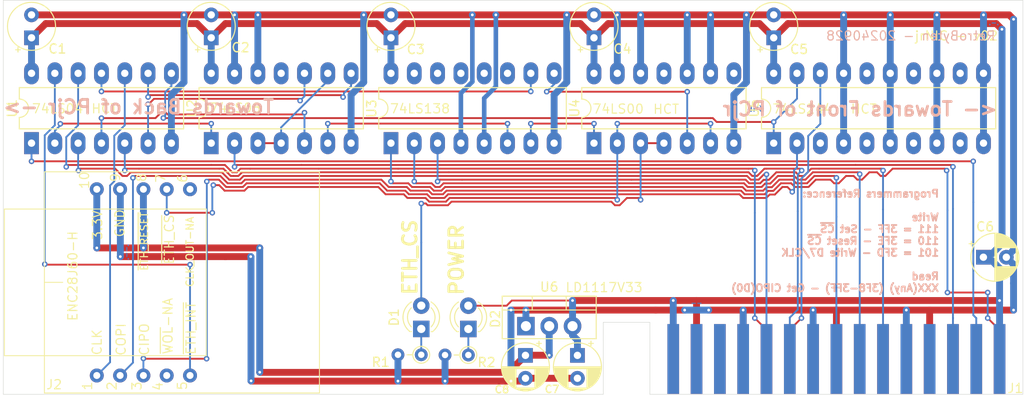
<source format=kicad_pcb>
(kicad_pcb (version 20240108) (generator "pcbnew") (generator_version "8.0")
  (layers (0 "F.Cu" signal) (31 "B.Cu" signal) (34 "B.Paste" user) (35 "F.Paste" user) (36 "B.SilkS" user "B.Silkscreen") (37 "F.SilkS" user "F.Silkscreen") (38 "B.Mask" user) (39 "F.Mask" user) (44 "Edge.Cuts" user))
  (net 0 "")
  (net 1 "+5V")
  (net 2 "GND")
  (net 3 "+3.3V")
  (net 4 "/D0")
  (net 5 "/MODEM_INT")
  (net 7 "/D7")
  (net 13 "/~{IOR}")
  (net 14 "/~{MODEM_CS}")
  (net 15 "+12V")
  (net 16 "/~{IOW}")
  (net 19 "/A2")
  (net 20 "/A9")
  (net 21 "/A1")
  (net 24 "/A0")
  (net 26 "/~{ETH_CS}")
  (net 27 "/CIPO")
  (net 28 "/~{ETH_INT}")
  (net 29 "/CLK")
  (net 30 "/IOW")
  (net 31 "/READ_SELECT")
  (net 32 "/~{READ_SELECT}")
  (net 33 "/~{CLK}")
  (net 34 "/MODEM_CS")
  (net 35 "/IOR")
  (net 36 "/WRITE_SELECT")
  (net 37 "/MODEM_PORT")
  (net 40 "/~{LATCH_S}")
  (net 44 "/~{LATCH_R}")
  (net 46 "/ETH_CS")
  (net 56 "Net-(D1-K)")
  (net 57 "Net-(D2-K)")
  (footprint "Resistor_THT:R_Axial_DIN0204_L3.6mm_D1.6mm_P2.54mm_Vertical" (layer "F.Cu") (at 136.9822 99.5426 180)
    (property "Reference" "R1")
    (property "Value" "120" (hide yes))
  )
  (footprint "Capacitor_THT:CP_Radial_Tantal_D5.0mm_P2.50mm" (layer "F.Cu") (at 94.5134 64.9586 90)
    (property "Reference" "C1")
    (property "Value" "47pF" (hide yes))
  )
  (footprint "PCjr_PROTO_RAM_CART_footprint_lib:PCjrModemPort" (layer "F.Cu") (at 200 100)
    (property "Reference" "J1")
    (property "Value" "~" (hide yes))
  )
  (footprint "Package_DIP:DIP-14_W7.62mm_LongPads" (layer "F.Cu") (at 94.5134 76.454 90)
    (property "Reference" "U1")
    (property "Value" "74LS04" (hide yes))
  )
  (footprint "Capacitor_THT:CP_Radial_Tantal_D5.0mm_P2.50mm" (layer "F.Cu") (at 133.6802 64.9586 90)
    (property "Reference" "C3")
    (property "Value" "47pF" (hide yes))
  )
  (footprint "Package_DIP:DIP-14_W7.62mm_LongPads" (layer "F.Cu") (at 114.0968 76.454 90)
    (property "Reference" "U2")
    (property "Value" "74LS08" (hide yes))
  )
  (footprint "Resistor_THT:R_Axial_DIN0204_L3.6mm_D1.6mm_P2.54mm_Vertical" (layer "F.Cu") (at 142.113 99.568 180)
    (property "Reference" "R2")
    (property "Value" "120" (hide yes))
  )
  (footprint "Capacitor_THT:CP_Radial_Tantal_D5.0mm_P2.50mm" (layer "F.Cu") (at 175.387 64.9586 90)
    (property "Reference" "C5")
    (property "Value" "47pF" (hide yes))
  )
  (footprint "Capacitor_THT:CP_Radial_D5.0mm_P2.50mm" (layer "F.Cu") (at 148.336 99.607488 -90)
    (property "Reference" "C8")
    (property "Value" "10uF" (hide yes))
  )
  (footprint "LED_THT:LED_D3.0mm" (layer "F.Cu") (at 142.113 96.7282 90)
    (property "Reference" "D2")
    (property "Value" "LED" (hide yes))
  )
  (footprint "Capacitor_THT:CP_Radial_D5.0mm_P2.50mm" (layer "F.Cu") (at 154.0002 99.607488 -90)
    (property "Reference" "C7")
    (property "Value" "100nF" (hide yes))
  )
  (footprint "Capacitor_THT:CP_Radial_Tantal_D5.0mm_P2.50mm" (layer "F.Cu") (at 114.0968 64.9586 90)
    (property "Reference" "C2")
    (property "Value" "47pF" (hide yes))
  )
  (footprint "LED_THT:LED_D3.0mm" (layer "F.Cu") (at 136.9822 96.7232 90)
    (property "Reference" "D1")
    (property "Value" "LED" (hide yes))
  )
  (footprint "Package_DIP:DIP-16_W7.62mm_LongPads" (layer "F.Cu") (at 133.6802 76.454 90)
    (property "Reference" "U3")
    (property "Value" "74LS138" (hide yes))
  )
  (footprint "Package_DIP:DIP-14_W7.62mm_LongPads" (layer "F.Cu") (at 155.8036 76.454 90)
    (property "Reference" "U4")
    (property "Value" "74LS00" (hide yes))
  )
  (footprint "Package_TO_SOT_THT:TO-220-3_Vertical" (layer "F.Cu") (at 148.3868 96.417888)
    (property "Reference" "U6")
    (property "Value" "~" (hide yes))
  )
  (footprint "Capacitor_THT:CP_Radial_Tantal_D5.0mm_P2.50mm" (layer "F.Cu") (at 155.8036 64.9586 90)
    (property "Reference" "C4")
    (property "Value" "47pF" (hide yes))
  )
  (footprint "PCjr_PROTO_RAM_CART_footprint_lib:Olimex_ENC28J60-H" (layer "F.Cu") (at 101.6254 101.8032)
    (property "Reference" "J2")
    (property "Value" "~" (hide yes))
  )
  (footprint "Package_DIP:DIP-20_W7.62mm_LongPads" (layer "F.Cu") (at 175.387 76.454 90)
    (property "Reference" "U5")
    (property "Value" "74LS244" (hide yes))
  )
  (footprint "Capacitor_THT:CP_Radial_D5.0mm_P2.50mm" (layer "F.Cu") (at 198.2362 88.9)
    (property "Reference" "C6")
    (property "Value" "10uF" (hide yes))
  )
  (gr_line (start 161.8969 96) (end 156.8169 96) (stroke (width 0.05)) (layer "Edge.Cuts"))
  (gr_line (start 156.8169 96) (end 156.8196 103.8606) (stroke (width 0.05)) (layer "Edge.Cuts"))
  (gr_line (start 161.8969 103.8606) (end 202.5396 103.8606) (stroke (width 0.05)) (layer "Edge.Cuts"))
  (gr_line (start 202.5396 60.8606) (end 91.44 60.8606) (stroke (width 0.05)) (layer "Edge.Cuts"))
  (gr_line (start 91.44 60.8606) (end 91.44 103.8606) (stroke (width 0.05)) (layer "Edge.Cuts"))
  (gr_line (start 161.8969 96) (end 161.8969 103.8606) (stroke (width 0.05)) (layer "Edge.Cuts"))
  (gr_line (start 202.5396 103.8606) (end 202.5396 60.8606) (stroke (width 0.05)) (layer "Edge.Cuts"))
  (gr_line (start 156.8196 103.8606) (end 91.44 103.8606) (stroke (width 0.05)) (layer "Edge.Cuts"))
  (gr_text "RMP" (at 174.4472 72.2884 180) (layer "B.Cu") (effects (font (size 0.6 0.6) (thickness 0.1)) (justify left bottom)))
  (gr_text ".-." (at 198.755 63.6016 0) (layer "B.Cu") (effects (font (size 0.5 0.5) (thickness 0.1)) (justify left bottom)))
  (gr_text ".--." (at 105.156 89.2556 90) (layer "B.Cu") (effects (font (size 0.5 0.5) (thickness 0.1)) (justify left bottom)))
  (gr_text "--" (at 166.2938 94.1832 0) (layer "B.Cu") (effects (font (size 0.5 0.5) (thickness 0.1)) (justify left bottom)))
  (gr_text "Programmers Reference:\n\nWrite\n111 = 3FF - Set ~{CS}\n110 = 3FE - Reset ~{CS}\n101 = 3FD - Write D7/CLK\n\nRead\nXXX(Any) (3F8-3FF) - Get CIPO(D0) " (at 193.4972 92.7354 0) (layer "B.SilkS") (effects (font (size 0.8 0.8) (thickness 0.2) (bold yes)) (justify left bottom mirror)))
  (gr_text "Towards Back of PCjr ->" (at 121.1072 73.3806 0) (layer "B.SilkS") (effects (font (size 1.5 1.5) (thickness 0.3) (bold yes)) (justify left bottom mirror)))
  (gr_text "<- Towards Front of PCjr" (at 199.9234 73.6092 0) (layer "B.SilkS") (effects (font (size 1.5 1.5) (thickness 0.3) (bold yes)) (justify left bottom mirror)))
  (gr_text "RetroByten - 20240928" (at 199.6186 65.3288 0) (layer "B.SilkS") (effects (font (size 1 1) (thickness 0.127)) (justify left bottom mirror)))
  (gr_text "HCT" (at 162.179 73.3298 0) (layer "F.SilkS") (effects (font (size 1 1) (thickness 0.127)) (justify left bottom)))
  (gr_text "LD1117V33" (at 152.6286 92.7862 0) (layer "F.SilkS") (effects (font (size 1 1) (thickness 0.127)) (justify left bottom)))
  (gr_text "74LS04" (at 94.488 73.279 0) (layer "F.SilkS") (effects (font (size 1 1) (thickness 0.127)) (justify left bottom)))
  (gr_text "74LS08" (at 113.8428 73.2028 0) (layer "F.SilkS") (effects (font (size 1 1) (thickness 0.127)) (justify left bottom)))
  (gr_text "~{ETH_INT}" (at 112.4712 99.6188 90) (layer "F.SilkS") (effects (font (size 1 1) (thickness 0.127)) (justify left bottom)))
  (gr_text "CIPO" (at 107.3912 99.7204 90) (layer "F.SilkS") (effects (font (size 1 1) (thickness 0.127)) (justify left bottom)))
  (gr_text "~{ETH_CS}" (at 110.109 89.7636 90) (layer "F.SilkS") (effects (font (size 1 1) (thickness 0.127)) (justify left bottom)))
  (gr_text "74LS244" (at 175.1838 73.3044 0) (layer "F.SilkS") (effects (font (size 1 1) (thickness 0.127)) (justify left bottom)))
  (gr_text "POWER" (at 141.6812 93.1926 90) (layer "F.SilkS") (effects (font (size 1.5 1.5) (thickness 0.3) (bold yes)) (justify left bottom)))
  (gr_text "74LS00" (at 155.575 73.3044 0) (layer "F.SilkS") (effects (font (size 1 1) (thickness 0.127)) (justify left bottom)))
  (gr_text "HCT" (at 100.965 73.279 0) (layer "F.SilkS") (effects (font (size 1 1) (thickness 0.127)) (justify left bottom)))
  (gr_text "9" (at 104.2416 80.772 90) (layer "F.SilkS") (effects (font (size 1 1) (thickness 0.127)) (justify left bottom)))
  (gr_text "3" (at 106.5784 103.505 90) (layer "F.SilkS") (effects (font (size 1 1) (thickness 0.127)) (justify left bottom)))
  (gr_text "1" (at 101.1936 103.505 90) (layer "F.SilkS") (effects (font (size 1 1) (thickness 0.127)) (justify left bottom)))
  (gr_text "10" (at 100.8634 81.534 90) (layer "F.SilkS") (effects (font (size 1 1) (thickness 0.127)) (justify left bottom)))
  (gr_text "HCT" (at 183.7182 73.3044 0) (layer "F.SilkS") (effects (font (size 1 1) (thickness 0.127)) (justify left bottom)))
  (gr_text "COPI" (at 104.8512 99.7204 90) (layer "F.SilkS") (effects (font (size 1 1) (thickness 0.127)) (justify left bottom)))
  (gr_text "74LS138" (at 133.5024 73.279 0) (layer "F.SilkS") (effects (font (size 1 1) (thickness 0.127)) (justify left bottom)))
  (gr_text "ETH_CS" (at 136.6266 93.1672 90) (layer "F.SilkS") (effects (font (size 1.5 1.5) (thickness 0.3) (bold yes)) (justify left bottom)))
  (gr_text "GND" (at 104.7242 86.7918 90) (layer "F.SilkS") (effects (font (size 1 1) (thickness 0.127)) (justify left bottom)))
  (gr_text "4" (at 108.8898 103.5558 90) (layer "F.SilkS") (effects (font (size 1 1) (thickness 0.127)) (justify left bottom)))
  (gr_text "6" (at 111.5568 80.8482 90) (layer "F.SilkS") (effects (font (size 1 1) (thickness 0.127)) (justify left bottom)))
  (gr_text "CLK_OUT-NA" (at 112.2426 92.2274 90) (layer "F.SilkS") (effects (font (size 0.8 0.8) (thickness 0.127)) (justify left bottom)))
  (gr_text "8" (at 107.0864 80.772 90) (layer "F.SilkS") (effects (font (size 1 1) (thickness 0.127)) (justify left bottom)))
  (gr_text "~{WOL}-NA" (at 109.9566 99.568 90) (layer "F.SilkS") (effects (font (size 1 1) (thickness 0.127)) (justify left bottom)))
  (gr_text "3.3V" (at 102.2858 87.0966 90) (layer "F.SilkS") (effects (font (size 1 1) (thickness 0.127)) (justify left bottom)))
  (gr_text "7" (at 109.1692 80.8482 90) (layer "F.SilkS") (effects (font (size 1 1) (thickness 0.127)) (justify left bottom)))
  (gr_text "jrNIC - v02" (at 190.6778 65.3288 0) (layer "F.SilkS") (effects (font (size 1 1) (thickness 0.127)) (justify left bottom)))
  (gr_text "5" (at 111.5314 103.4796 90) (layer "F.SilkS") (effects (font (size 1 1) (thickness 0.127)) (justify left bottom)))
  (gr_text "~{ETH_RESET}" (at 107.2642 90.4494 90) (layer "F.SilkS") (effects (font (size 0.8 0.8) (thickness 0.127)) (justify left bottom)))
  (gr_text "2" (at 103.8606 103.505 90) (layer "F.SilkS") (effects (font (size 1 1) (thickness 0.127)) (justify left bottom)))
  (gr_text "CLK" (at 102.235 99.6696 90) (layer "F.SilkS") (effects (font (size 1 1) (thickness 0.127)) (justify left bottom)))
  (segment (start 176.937 63.4086) (end 175.387 64.9586) (width 0.75) (layer "F.Cu") (net 1))
  (segment (start 114.0968 64.9586) (end 112.5468 63.4086) (width 0.75) (layer "F.Cu") (net 1))
  (segment (start 199.9996 93.6244) (end 166.9796 93.6244) (width 0.75) (layer "F.Cu") (net 1))
  (segment (start 157.3536 63.4086) (end 155.8036 64.9586) (width 0.75) (layer "F.Cu") (net 1))
  (segment (start 166.98 93.6248) (end 166.9796 93.6244) (width 0.2) (layer "F.Cu") (net 1))
  (segment (start 135.2302 63.4086) (end 133.6802 64.9586) (width 0.75) (layer "F.Cu") (net 1))
  (segment (start 173.837 63.4086) (end 157.3536 63.4086) (width 0.75) (layer "F.Cu") (net 1))
  (segment (start 199.6288 63.4086) (end 176.937 63.4086) (width 0.75) (layer "F.Cu") (net 1))
  (segment (start 146.284206 94.1882) (end 146.614103 93.858303) (width 0.2) (layer "F.Cu") (net 1))
  (segment (start 155.8036 64.9586) (end 155.8036 64.897) (width 0.75) (layer "F.Cu") (net 1))
  (segment (start 96.0634 63.4086) (end 94.5134 64.9586) (width 0.75) (layer "F.Cu") (net 1))
  (segment (start 164.4396 93.6244) (end 153.4668 93.6244) (width 0.75) (layer "F.Cu") (net 1))
  (segment (start 166.98 100) (end 166.98 93.6248) (width 0.75) (layer "F.Cu") (net 1))
  (segment (start 115.6468 63.4086) (end 114.0968 64.9586) (width 0.75) (layer "F.Cu") (net 1))
  (segment (start 154.3152 63.4086) (end 135.2302 63.4086) (width 0.75) (layer "F.Cu") (net 1))
  (segment (start 155.8036 64.897) (end 154.3152 63.4086) (width 0.75) (layer "F.Cu") (net 1))
  (segment (start 175.387 64.9586) (end 173.837 63.4086) (width 0.75) (layer "F.Cu") (net 1))
  (segment (start 146.848005 93.6244) (end 153.4668 93.6244) (width 0.2) (layer "F.Cu") (net 1))
  (segment (start 132.1302 63.4086) (end 115.6468 63.4086) (width 0.75) (layer "F.Cu") (net 1))
  (segment (start 142.113 94.1882) (end 146.284206 94.1882) (width 0.2) (layer "F.Cu") (net 1))
  (segment (start 166.9796 93.6244) (end 164.4396 93.6244) (width 0.75) (layer "F.Cu") (net 1))
  (segment (start 200.2536 64.0334) (end 199.6288 63.4086) (width 0.75) (layer "F.Cu") (net 1))
  (segment (start 112.5468 63.4086) (end 96.0634 63.4086) (width 0.75) (layer "F.Cu") (net 1))
  (segment (start 146.614103 93.858303) (end 146.848005 93.6244) (width 0.2) (layer "F.Cu") (net 1))
  (segment (start 133.6802 64.9586) (end 132.1302 63.4086) (width 0.75) (layer "F.Cu") (net 1))
  (via (at 164.4396 93.6244) (size 0.75) (drill 0.3) (layers "F.Cu" "B.Cu") (net 1))
  (via (at 199.9996 93.6244) (size 0.75) (drill 0.3) (layers "F.Cu" "B.Cu") (net 1))
  (via (at 200.2536 64.0334) (size 0.75) (drill 0.3) (layers "F.Cu" "B.Cu") (net 1))
  (via (at 153.4668 93.6244) (size 0.75) (drill 0.3) (layers "F.Cu" "B.Cu") (net 1))
  (segment (start 200 90.108344) (end 199.560728 89.669072) (width 0.75) (layer "B.Cu") (net 1))
  (segment (start 164.4396 93.8022) (end 164.44 93.8026) (width 0.2) (layer "B.Cu") (net 1))
  (segment (start 175.387 64.9586) (end 175.387 68.834) (width 0.75) (layer "B.Cu") (net 1))
  (segment (start 153.4668 96.417888) (end 153.4668 97.409) (width 0.75) (layer "B.Cu") (net 1))
  (segment (start 164.44 100) (end 164.44 93.6248) (width 0.75) (layer "B.Cu") (net 1))
  (segment (start 198.791656 88.9) (end 198.2362 88.9) (width 0.75) (layer "B.Cu") (net 1))
  (segment (start 154.0002 97.9424) (end 154.0002 99.607488) (width 0.75) (layer "B.Cu") (net 1))
  (segment (start 153.4668 97.409) (end 154.0002 97.9424) (width 0.75) (layer "B.Cu") (net 1))
  (segment (start 153.4668 96.417888) (end 153.4668 93.6244) (width 0.75) (layer "B.Cu") (net 1))
  (segment (start 200.2688 64.0486) (end 200.2536 64.0334) (width 0.75) (layer "B.Cu") (net 1))
  (segment (start 200 93.8022) (end 200 90.6638) (width 0.75) (layer "B.Cu") (net 1))
  (segment (start 198.791656 88.9) (end 200.2688 87.422856) (width 0.75) (layer "B.Cu") (net 1))
  (segment (start 94.5134 64.9586) (end 94.5134 68.834) (width 0.75) (layer "B.Cu") (net 1))
  (segment (start 133.6802 64.9586) (end 133.6802 68.834) (width 0.75) (layer "B.Cu") (net 1))
  (segment (start 114.0968 64.9586) (end 114.0968 68.834) (width 0.75) (layer "B.Cu") (net 1))
  (segment (start 155.8036 64.9586) (end 155.8036 68.834) (width 0.75) (layer "B.Cu") (net 1))
  (segment (start 200 100) (end 200 93.8022) (width 0.75) (layer "B.Cu") (net 1))
  (segment (start 200.2688 87.422856) (end 200.2688 69.088) (width 0.75) (layer "B.Cu") (net 1))
  (segment (start 200 90.6638) (end 200 90.108344) (width 0.75) (layer "B.Cu") (net 1))
  (segment (start 199.560728 89.669072) (end 198.791656 88.9) (width 0.75) (layer "B.Cu") (net 1))
  (segment (start 200.2688 69.088) (end 200.2688 64.0486) (width 0.75) (layer "B.Cu") (net 1))
  (segment (start 164.44 93.6248) (end 164.4396 93.6244) (width 0.2) (layer "B.Cu") (net 1))
  (segment (start 155.8036 62.4586) (end 152.8318 62.4586) (width 0.75) (layer "F.Cu") (net 2))
  (segment (start 111.125 62.4586) (end 94.5134 62.4586) (width 0.75) (layer "F.Cu") (net 2))
  (segment (start 119.1768 62.4586) (end 116.6368 62.4586) (width 0.75) (layer "F.Cu") (net 2))
  (segment (start 182.22 100) (end 182.22 94.6662) (width 0.75) (layer "F.Cu") (net 2))
  (segment (start 158.3436 62.4586) (end 155.8036 62.4586) (width 0.75) (layer "F.Cu") (net 2))
  (segment (start 193.167 62.4586) (end 198.247 62.4586) (width 0.75) (layer "F.Cu") (net 2))
  (segment (start 183.007 62.4586) (end 188.087 62.4586) (width 0.75) (layer "F.Cu") (net 2))
  (segment (start 176.5808 62.4586) (end 183.007 62.4586) (width 0.75) (layer "F.Cu") (net 2))
  (segment (start 172.06 94.6662) (end 172.0596 94.6658) (width 0.2) (layer "F.Cu") (net 2))
  (segment (start 172.4152 62.4586) (end 168.5036 62.4586) (width 0.75) (layer "F.Cu") (net 2))
  (segment (start 133.6802 62.4586) (end 130.7084 62.4586) (width 0.75) (layer "F.Cu") (net 2))
  (segment (start 192.3796 94.6658) (end 189.84 94.6658) (width 0.75) (layer "F.Cu") (net 2))
  (segment (start 148.030688 102.4128) (end 148.336 102.107488) (width 0.75) (layer "F.Cu") (net 2))
  (segment (start 201.5236 94.6658) (end 192.3804 94.6658) (width 0.75) (layer "F.Cu") (net 2))
  (segment (start 154.0002 102.107488) (end 148.336 102.107488) (width 0.75) (layer "F.Cu") (net 2))
  (segment (start 148.3868 94.6658) (end 162.5346 94.6658) (width 0.75) (layer "F.Cu") (net 2))
  (segment (start 130.7084 62.4586) (end 119.1768 62.4586) (width 0.75) (layer "F.Cu") (net 2))
  (segment (start 146.7612 102.4128) (end 148.030688 102.4128) (width 0.75) (layer "F.Cu") (net 2))
  (segment (start 192.38 94.6662) (end 192.3796 94.6658) (width 0.2) (layer "F.Cu") (net 2))
  (segment (start 179.6796 94.6658) (end 172.0604 94.6658) (width 0.75) (layer "F.Cu") (net 2))
  (segment (start 172.0604 94.6658) (end 172.06 94.6662) (width 0.2) (layer "F.Cu") (net 2))
  (segment (start 182.22 94.6662) (end 182.2196 94.6658) (width 0.2) (layer "F.Cu") (net 2))
  (segment (start 160.8836 62.4586) (end 158.3436 62.4586) (width 0.75) (layer "F.Cu") (net 2))
  (segment (start 172.06 100) (end 172.06 94.6662) (width 0.75) (layer "F.Cu") (net 2))
  (segment (start 175.387 62.4586) (end 176.5808 62.4586) (width 0.75) (layer "F.Cu") (net 2))
  (segment (start 198.247 62.4586) (end 201.041 62.4586) (width 0.75) (layer "F.Cu") (net 2))
  (segment (start 142.5448 62.4586) (end 133.6802 62.4586) (width 0.75) (layer "F.Cu") (net 2))
  (segment (start 152.8318 62.4586) (end 145.1102 62.4586) (width 0.75) (layer "F.Cu") (net 2))
  (segment (start 192.38 94.6662) (end 192.3804 94.6658) (width 0.2) (layer "F.Cu") (net 2))
  (segment (start 172.0596 94.6658) (end 168.3004 94.6658) (width 0.75) (layer "F.Cu") (net 2))
  (segment (start 145.1102 62.4586) (end 142.5448 62.4586) (width 0.75) (layer "F.Cu") (net 2))
  (segment (start 115.6462 88.834) (end 104.1908 88.834) (width 0.75) (layer "F.Cu") (net 2))
  (segment (start 182.2196 94.6658) (end 189.84 94.6658) (width 0.75) (layer "F.Cu") (net 2))
  (segment (start 116.6368 62.4586) (end 114.0968 62.4586) (width 0.75) (layer "F.Cu") (net 2))
  (segment (start 168.5036 62.4586) (end 165.9636 62.4586) (width 0.75) (layer "F.Cu") (net 2))
  (segment (start 165.6842 94.6658) (end 162.5346 94.6658) (width 0.75) (layer "F.Cu") (net 2))
  (segment (start 118.4656 102.4128) (end 134.4422 102.4128) (width 0.75) (layer "F.Cu") (net 2))
  (segment (start 118.3996 88.834) (end 115.6462 88.834) (width 0.75) (layer "F.Cu") (net 2))
  (segment (start 179.6796 94.6658) (end 182.2196 94.6658) (width 0.75) (layer "F.Cu") (net 2))
  (segment (start 201.041 62.4586) (end 201.5236 62.9412) (width 0.75) (layer "F.Cu") (net 2))
  (segment (start 165.9636 62.4586) (end 160.8836 62.4586) (width 0.75) (layer "F.Cu") (net 2))
  (segment (start 175.387 62.4586) (end 172.4152 62.4586) (width 0.75) (layer "F.Cu") (net 2))
  (segment (start 118.4402 102.3874) (end 118.4656 102.4128) (width 0.75) (layer "F.Cu") (net 2))
  (segment (start 139.573 102.4128) (end 146.7612 102.4128) (width 0.75) (layer "F.Cu") (net 2))
  (segment (start 118.43 102.3772) (end 118.4402 102.3874) (width 0.75) (layer "F.Cu") (net 2))
  (segment (start 134.4422 102.4128) (end 139.573 102.4128) (width 0.75) (layer "F.Cu") (net 2))
  (segment (start 146.7612 94.6658) (end 148.3868 94.6658) (width 0.75) (layer "F.Cu") (net 2))
  (segment (start 114.0968 62.4586) (end 111.125 62.4586) (width 0.75) (layer "F.Cu") (net 2))
  (segment (start 188.087 62.4586) (end 193.167 62.4586) (width 0.75) (layer "F.Cu") (net 2))
  (segment (start 192.38 100) (end 192.38 94.6662) (width 0.75) (layer "F.Cu") (net 2))
  (via (at 152.8318 62.4586) (size 0.75) (drill 0.3) (layers "F.Cu" "B.Cu") (net 2))
  (via (at 201.5236 94.6658) (size 0.75) (drill 0.3) (layers "F.Cu" "B.Cu") (net 2))
  (via (at 183.007 62.4586) (size 0.75) (drill 0.3) (layers "F.Cu" "B.Cu") (net 2))
  (via (at 139.573 102.4128) (size 0.75) (drill 0.3) (layers "F.Cu" "B.Cu") (net 2))
  (via (at 146.7612 94.6658) (size 0.75) (drill 0.3) (layers "F.Cu" "B.Cu") (net 2))
  (via (at 118.3996 88.834) (size 0.75) (drill 0.3) (layers "F.Cu" "B.Cu") (net 2))
  (via (at 193.167 62.4586) (size 0.75) (drill 0.3) (layers "F.Cu" "B.Cu") (net 2))
  (via (at 168.3004 94.6658) (size 0.75) (drill 0.3) (layers "F.Cu" "B.Cu") (net 2))
  (via (at 172.0596 94.6658) (size 0.75) (drill 0.3) (layers "F.Cu" "B.Cu") (net 2))
  (via (at 130.7084 62.4586) (size 0.75) (drill 0.3) (layers "F.Cu" "B.Cu") (net 2))
  (via (at 158.3436 62.4586) (size 0.75) (drill 0.3) (layers "F.Cu" "B.Cu") (net 2))
  (via (at 104.1908 88.834) (size 0.75) (drill 0.3) (layers "F.Cu" "B.Cu") (net 2))
  (via (at 148.3868 94.6658) (size 0.75) (drill 0.3) (layers "F.Cu" "B.Cu") (net 2))
  (via (at 198.247 62.4586) (size 0.75) (drill 0.3) (layers "F.Cu" "B.Cu") (net 2))
  (via (at 119.1768 62.4586) (size 0.75) (drill 0.3) (layers "F.Cu" "B.Cu") (net 2))
  (via (at 201.5236 62.9412) (size 0.75) (drill 0.3) (layers "F.Cu" "B.Cu") (net 2))
  (via (at 168.5036 62.4586) (size 0.75) (drill 0.3) (layers "F.Cu" "B.Cu") (net 2))
  (via (at 134.4422 102.4128) (size 0.75) (drill 0.3) (layers "F.Cu" "B.Cu") (net 2))
  (via (at 189.84 94.6658) (size 0.75) (drill 0.3) (layers "F.Cu" "B.Cu") (net 2))
  (via (at 165.6842 94.6658) (size 0.75) (drill 0.3) (layers "F.Cu" "B.Cu") (net 2))
  (via (at 188.087 62.4586) (size 0.75) (drill 0.3) (layers "F.Cu" "B.Cu") (net 2))
  (via (at 118.4402 102.3874) (size 0.75) (drill 0.3) (layers "F.Cu" "B.Cu") (net 2))
  (via (at 116.6368 62.4586) (size 0.75) (drill 0.3) (layers "F.Cu" "B.Cu") (net 2))
  (via (at 111.125 62.4586) (size 0.75) (drill 0.3) (layers "F.Cu" "B.Cu") (net 2))
  (via (at 160.8836 62.4586) (size 0.75) (drill 0.3) (layers "F.Cu" "B.Cu") (net 2))
  (via (at 179.6796 94.6658) (size 0.75) (drill 0.3) (layers "F.Cu" "B.Cu") (net 2))
  (via (at 142.5448 62.4586) (size 0.75) (drill 0.3) (layers "F.Cu" "B.Cu") (net 2))
  (via (at 172.4152 62.4586) (size 0.75) (drill 0.3) (layers "F.Cu" "B.Cu") (net 2))
  (via (at 145.1102 62.4586) (size 0.75) (drill 0.3) (layers "F.Cu" "B.Cu") (net 2))
  (via (at 146.7612 102.4128) (size 0.75) (drill 0.3) (layers "F.Cu" "B.Cu") (net 2))
  (via (at 165.9636 62.4586) (size 0.75) (drill 0.3) (layers "F.Cu" "B.Cu") (net 2))
  (segment (start 160.8836 68.834) (end 160.8836 62.4586) (width 0.75) (layer "B.Cu") (net 2))
  (segment (start 200.7362 88.9) (end 201.5236 89.6874) (width 0.75) (layer "B.Cu") (net 2))
  (segment (start 171.0436 76.454) (end 171.0436 71.178544) (width 0.75) (layer "B.Cu") (net 2))
  (segment (start 116.6368 68.834) (end 116.6368 62.4586) (width 0.75) (layer "B.Cu") (net 2))
  (segment (start 104.1908 81.5086) (end 104.1654 81.4832) (width 0.75) (layer "B.Cu") (net 2))
  (segment (start 111.1284 69.803544) (end 111.1284 62.462) (width 0.75) (layer "B.Cu") (net 2))
  (segment (start 129.3368 71.178544) (end 130.7118 69.803544) (width 0.75) (layer "B.Cu") (net 2))
  (segment (start 142.5502 69.751767) (end 142.5502 62.464) (width 0.5) (layer "B.Cu") (net 2))
  (segment (start 201.5236 91.7448) (end 201.5236 94.6658) (width 0.75) (layer "B.Cu") (net 2))
  (segment (start 201.5236 89.6874) (end 201.5236 91.7448) (width 0.75) (layer "B.Cu") (net 2))
  (segment (start 109.7534 76.454) (end 109.7534 71.178544) (width 0.75) (layer "B.Cu") (net 2))
  (segment (start 165.9636 68.834) (end 165.9636 62.4586) (width 0.75) (layer "B.Cu") (net 2))
  (segment (start 141.3002 71.001767) (end 142.5502 69.751767) (width 0.5) (layer "B.Cu") (net 2))
  (segment (start 198.247 68.834) (end 198.247 62.4586) (width 0.75) (layer "B.Cu") (net 2))
  (segment (start 172.4186 62.462) (end 172.4152 62.4586) (width 0.75) (layer "B.Cu") (net 2))
  (segment (start 142.5502 62.464) (end 142.5448 62.4586) (width 0.5) (layer "B.Cu") (net 2))
  (segment (start 146.7578 94.6692) (end 146.7578 102.4094) (width 0.75) (layer "B.Cu") (net 2))
  (segment (start 193.167 76.454) (end 193.167 68.834) (width 0.75) (layer "B.Cu") (net 2))
  (segment (start 188.087 68.834) (end 188.087 62.4586) (width 0.75) (layer "B.Cu") (net 2))
  (segment (start 189.84 100) (end 189.84 94.6658) (width 0.75) (layer "B.Cu") (net 2))
  (segment (start 168.3004 94.6658) (end 165.6842 94.6658) (width 0.75) (layer "B.Cu") (net 2))
  (segment (start 171.0436 71.178544) (end 172.4186 69.803544) (width 0.75) (layer "B.Cu") (net 2))
  (segment (start 143.8402 76.454) (end 143.8402 71.5518) (width 0.5) (layer "B.Cu") (net 2))
  (segment (start 118.43 88.8644) (end 118.3996 88.834) (width 0.75) (layer "B.Cu") (net 2))
  (segment (start 168.5036 68.834) (end 168.5036 62.4586) (width 0.75) (layer "B.Cu") (net 2))
  (segment (start 146.7612 94.6658) (end 146.7578 94.6692) (width 0.75) (layer "B.Cu") (net 2))
  (segment (start 172.4186 69.803544) (end 172.4186 62.462) (width 0.75) (layer "B.Cu") (net 2))
  (segment (start 145.1102 70.2818) (end 145.1102 62.4586) (width 0.5) (layer "B.Cu") (net 2))
  (segment (start 179.68 94.6662) (end 179.6796 94.6658) (width 0.2) (layer "B.Cu") (net 2))
  (segment (start 172.06 94.6662) (end 172.0596 94.6658) (width 0.2) (layer "B.Cu") (net 2))
  (segment (start 198.247 76.454) (end 198.247 68.834) (width 0.75) (layer "B.Cu") (net 2))
  (segment (start 152.8352 62.462) (end 152.8318 62.4586) (width 0.75) (layer "B.Cu") (net 2))
  (segment (start 109.7534 71.178544) (end 111.1284 69.803544) (width 0.75) (layer "B.Cu") (net 2))
  (segment (start 148.3868 96.417888) (end 148.3868 94.6658) (width 0.75) (layer "B.Cu") (net 2))
  (segment (start 201.5236 88.1126) (end 200.7362 88.9) (width 0.75) (layer "B.Cu") (net 2))
  (segment (start 193.167 68.834) (end 193.167 62.4586) (width 0.75) (layer "B.Cu") (net 2))
  (segment (start 183.007 76.454) (end 183.007 68.834) (width 0.75) (layer "B.Cu") (net 2))
  (segment (start 129.3368 76.454) (end 129.3368 71.178544) (width 0.75) (layer "B.Cu") (net 2))
  (segment (start 118.43 102.3772) (end 118.43 88.8644) (width 0.75) (layer "B.Cu") (net 2))
  (segment (start 158.3436 68.834) (end 158.3436 62.4586) (width 0.75) (layer "B.Cu") (net 2))
  (segment (start 151.4602 71.178544) (end 152.8352 69.803544) (width 0.75) (layer "B.Cu") (net 2))
  (segment (start 146.7578 102.4094) (end 146.7612 102.4128) (width 0.75) (layer "B.Cu") (net 2))
  (segment (start 143.8402 71.5518) (end 145.1102 70.2818) (width 0.5) (layer "B.Cu") (net 2))
  (segment (start 119.1768 68.834) (end 119.1768 62.4586) (width 0.75) (layer "B.Cu") (net 2))
  (segment (start 152.8352 69.803544) (end 152.8352 62.462) (width 0.75) (layer "B.Cu") (net 2))
  (segment (start 134.4422 99.5426) (end 134.4422 102.4128) (width 0.75) (layer "B.Cu") (net 2))
  (segment (start 104.1908 88.834) (end 104.1908 81.5086) (width 0.75) (layer "B.Cu") (net 2))
  (segment (start 179.68 100) (end 179.68 94.6662) (width 0.75) (layer "B.Cu") (net 2))
  (segment (start 151.4602 76.454) (end 151.4602 71.178544) (width 0.75) (layer "B.Cu") (net 2))
  (segment (start 183.007 68.834) (end 183.007 62.4586) (width 0.75) (layer "B.Cu") (net 2))
  (segment (start 172.06 100) (end 172.06 94.6662) (width 0.75) (layer "B.Cu") (net 2))
  (segment (start 139.573 99.568) (end 139.573 102.4128) (width 0.75) (layer "B.Cu") (net 2))
  (segment (start 188.087 76.454) (end 188.087 68.834) (width 0.75) (layer "B.Cu") (net 2))
  (segment (start 111.1284 62.462) (end 111.125 62.4586) (width 0.75) (layer "B.Cu") (net 2))
  (segment (start 130.7118 69.803544) (end 130.7118 62.462) (width 0.75) (layer "B.Cu") (net 2))
  (segment (start 141.3002 76.454) (end 141.3002 71.001767) (width 0.5) (layer "B.Cu") (net 2))
  (segment (start 118.4402 102.3874) (end 118.43 102.3772) (width 0.75) (layer "B.Cu") (net 2))
  (segment (start 201.5236 62.9412) (end 201.5236 88.1126) (width 0.75) (layer "B.Cu") (net 2))
  (segment (start 130.7118 62.462) (end 130.7084 62.4586) (width 0.75) (layer "B.Cu") (net 2))
  (segment (start 146.480688 101.4628) (end 148.336 99.607488) (width 0.75) (layer "F.Cu") (net 3))
  (segment (start 148.350088 99.5934) (end 148.336 99.607488) (width 0.75) (layer "F.Cu") (net 3))
  (segment (start 119.38 101.4476) (end 119.3952 101.4628) (width 0.75) (layer "F.Cu") (net 3))
  (segment (start 106.7054 87.884) (end 101.6254 87.884) (width 0.75) (layer "F.Cu") (net 3))
  (segment (start 119.3952 101.4628) (end 146.480688 101.4628) (width 0.75) (layer "F.Cu") (net 3))
  (segment (start 150.9268 99.5934) (end 148.350088 99.5934) (width 0.75) (layer "F.Cu") (net 3))
  (segment (start 119.38 87.884) (end 106.7054 87.884) (width 0.75) (layer "F.Cu") (net 3))
  (via (at 119.38 101.4476) (size 0.75) (drill 0.3) (layers "F.Cu" "B.Cu") (net 3))
  (via (at 106.7054 87.884) (size 0.75) (drill 0.3) (layers "F.Cu" "B.Cu") (net 3))
  (via (at 119.38 87.884) (size 0.75) (drill 0.3) (layers "F.Cu" "B.Cu") (net 3))
  (via (at 150.9268 99.5934) (size 0.75) (drill 0.3) (layers "F.Cu" "B.Cu") (net 3))
  (via (at 101.6254 87.884) (size 0.75) (drill 0.3) (layers "F.Cu" "B.Cu") (net 3))
  (segment (start 119.38 87.884) (end 119.38 101.4476) (width 0.75) (layer "B.Cu") (net 3))
  (segment (start 150.9268 99.5934) (end 150.9268 96.417888) (width 0.75) (layer "B.Cu") (net 3))
  (segment (start 106.7054 87.884) (end 106.7054 81.4832) (width 0.75) (layer "B.Cu") (net 3))
  (segment (start 101.6254 87.884) (end 101.6254 81.4832) (width 0.75) (layer "B.Cu") (net 3))
  (segment (start 177.14 96.8104) (end 178.4096 95.5408) (width 0.2) (layer "F.Cu") (net 4))
  (segment (start 177.14 100) (end 177.14 96.8104) (width 0.2) (layer "F.Cu") (net 4))
  (via (at 178.4096 95.5408) (size 0.6) (drill 0.3) (layers "F.Cu" "B.Cu") (net 4))
  (segment (start 179.1462 75.6666) (end 180.467 74.3458) (width 0.2) (layer "B.Cu") (net 4))
  (segment (start 179.1462 79.572965) (end 179.1462 75.6666) (width 0.2) (layer "B.Cu") (net 4))
  (segment (start 180.467 74.3458) (end 180.467 68.834) (width 0.2) (layer "B.Cu") (net 4))
  (segment (start 178.4096 80.309565) (end 179.1462 79.572965) (width 0.2) (layer "B.Cu") (net 4))
  (segment (start 178.4096 95.5408) (end 178.4096 80.309565) (width 0.2) (layer "B.Cu") (net 4))
  (segment (start 125.8062 79.2352) (end 118.3386 79.2352) (width 0.2) (layer "F.Cu") (net 5))
  (segment (start 116.891164 79.629365) (end 116.885329 79.6352) (width 0.2) (layer "F.Cu") (net 5))
  (segment (start 174.6 100) (end 174.6 96.8112) (width 0.2) (layer "F.Cu") (net 5))
  (segment (start 117.285329 79.2352) (end 116.891164 79.629365) (width 0.2) (layer "F.Cu") (net 5))
  (segment (start 118.3386 79.2352) (end 117.285329 79.2352) (width 0.2) (layer "F.Cu") (net 5))
  (segment (start 173.1296 79.2352) (end 172.6438 79.2352) (width 0.2) (layer "F.Cu") (net 5))
  (segment (start 172.6438 79.2352) (end 134.4676 79.2352) (width 0.2) (layer "F.Cu") (net 5))
  (segment (start 134.4676 79.2352) (end 125.8062 79.2352) (width 0.2) (layer "F.Cu") (net 5))
  (segment (start 174.6 96.8112) (end 173.3296 95.5408) (width 0.2) (layer "F.Cu") (net 5))
  (segment (start 99.568 78.8352) (end 98.498 78.8352) (width 0.2) (layer "F.Cu") (net 5))
  (segment (start 98.498 78.8352) (end 98.298 79.0352) (width 0.2) (layer "F.Cu") (net 5))
  (segment (start 114.0968 78.8352) (end 99.568 78.8352) (width 0.2) (layer "F.Cu") (net 5))
  (segment (start 116.885329 79.6352) (end 116.388271 79.6352) (width 0.2) (layer "F.Cu") (net 5))
  (segment (start 115.588271 78.8352) (end 114.0968 78.8352) (width 0.2) (layer "F.Cu") (net 5))
  (segment (start 173.3296 79.4352) (end 173.1296 79.2352) (width 0.2) (layer "F.Cu") (net 5))
  (segment (start 116.388271 79.6352) (end 115.588271 78.8352) (width 0.2) (layer "F.Cu") (net 5))
  (via (at 98.298 79.0352) (size 0.6) (drill 0.3) (layers "F.Cu" "B.Cu") (net 5))
  (via (at 173.3296 79.4352) (size 0.6) (drill 0.3) (layers "F.Cu" "B.Cu") (net 5))
  (via (at 173.3296 95.5408) (size 0.6) (drill 0.3) (layers "F.Cu" "B.Cu") (net 5))
  (segment (start 173.3296 84.044401) (end 173.3296 95.5408) (width 0.2) (layer "B.Cu") (net 5))
  (segment (start 173.3296 84.044401) (end 173.3296 79.4352) (width 0.2) (layer "B.Cu") (net 5))
  (segment (start 98.298 79.0352) (end 98.298 75.793765) (width 0.2) (layer "B.Cu") (net 5))
  (segment (start 99.5934 74.498365) (end 99.5934 68.834) (width 0.2) (layer "B.Cu") (net 5))
  (segment (start 98.298 75.793765) (end 99.5934 74.498365) (width 0.2) (layer "B.Cu") (net 5))
  (segment (start 182.468129 80.8352) (end 183.268129 80.0352) (width 0.2) (layer "F.Cu") (net 7))
  (segment (start 177.68985 81.2352) (end 179.181024 81.2352) (width 0.2) (layer "F.Cu") (net 7))
  (segment (start 135.405985 81.2352) (end 135.805985 81.6352) (width 0.2) (layer "F.Cu") (net 7))
  (segment (start 138.180299 82.0352) (end 139.340101 82.0352) (width 0.2) (layer "F.Cu") (net 7))
  (segment (start 186.6454 79.6352) (end 187.0454 80.0352) (width 0.2) (layer "F.Cu") (net 7))
  (segment (start 132.631671 80.4352) (end 133.431671 81.2352) (width 0.2) (layer "F.Cu") (net 7))
  (segment (start 115.0872 80.0352) (end 115.8872 80.8352) (width 0.2) (layer "F.Cu") (net 7))
  (segment (start 171.82197 81.6352) (end 172.22197 82.0352) (width 0.2) (layer "F.Cu") (net 7))
  (segment (start 185.808129 79.6352) (end 186.6454 79.6352) (width 0.2) (layer "F.Cu") (net 7))
  (segment (start 194.025491 79.2352) (end 194.228552 79.438261) (width 0.2) (layer "F.Cu") (net 7))
  (segment (start 117.782387 80.4352) (end 132.631671 80.4352) (width 0.2) (layer "F.Cu") (net 7))
  (segment (start 137.780299 81.6352) (end 138.180299 82.0352) (width 0.2) (layer "F.Cu") (net 7))
  (segment (start 200 96.8366) (end 198.7042 95.5408) (width 0.2) (layer "F.Cu") (net 7))
  (segment (start 175.346016 81.661429) (end 176.172245 80.8352) (width 0.2) (layer "F.Cu") (net 7))
  (segment (start 183.268129 80.0352) (end 184.099 80.0352) (width 0.2) (layer "F.Cu") (net 7))
  (segment (start 133.431671 81.2352) (end 135.405985 81.2352) (width 0.2) (layer "F.Cu") (net 7))
  (segment (start 200 96.825) (end 200 100) (width 0.2) (layer "F.Cu") (net 7))
  (segment (start 185.008129 80.4352) (end 185.808129 79.6352) (width 0.2) (layer "F.Cu") (net 7))
  (segment (start 187.0454 80.0352) (end 187.548129 80.0352) (width 0.2) (layer "F.Cu") (net 7))
  (segment (start 200 100) (end 200 96.8366) (width 0.2) (layer "F.Cu") (net 7))
  (segment (start 135.805985 81.6352) (end 137.780299 81.6352) (width 0.2) (layer "F.Cu") (net 7))
  (segment (start 198.7042 92.7494) (end 194.3196 92.7494) (width 0.2) (layer "F.Cu") (net 7))
  (segment (start 181.571071 80.4352) (end 181.971071 80.8352) (width 0.2) (layer "F.Cu") (net 7))
  (segment (start 174.78033 81.661429) (end 175.346016 81.661429) (width 0.2) (layer "F.Cu") (net 7))
  (segment (start 117.382387 80.8352) (end 117.782387 80.4352) (width 0.2) (layer "F.Cu") (net 7))
  (segment (start 177.28985 80.8352) (end 177.68985 81.2352) (width 0.2) (layer "F.Cu") (net 7))
  (segment (start 139.340101 82.0352) (end 139.740101 81.6352) (width 0.2) (layer "F.Cu") (net 7))
  (segment (start 174.406559 82.0352) (end 174.78033 81.661429) (width 0.2) (layer "F.Cu") (net 7))
  (segment (start 187.548129 80.0352) (end 188.348129 79.2352) (width 0.2) (layer "F.Cu") (net 7))
  (segment (start 105.770458 80.0352) (end 115.0872 80.0352) (width 0.2) (layer "F.Cu") (net 7))
  (segment (start 139.740101 81.6352) (end 171.82197 81.6352) (width 0.2) (layer "F.Cu") (net 7))
  (segment (start 181.971071 80.8352) (end 182.468129 80.8352) (width 0.2) (layer "F.Cu") (net 7))
  (segment (start 184.099 80.0352) (end 184.499 80.4352) (width 0.2) (layer "F.Cu") (net 7))
  (segment (start 176.172245 80.8352) (end 177.28985 80.8352) (width 0.2) (layer "F.Cu") (net 7))
  (segment (start 179.981024 80.4352) (end 181.571071 80.4352) (width 0.2) (layer "F.Cu") (net 7))
  (segment (start 105.566429 80.239229) (end 105.770458 80.0352) (width 0.2) (layer "F.Cu") (net 7))
  (segment (start 188.348129 79.2352) (end 194.025491 79.2352) (width 0.2) (layer "F.Cu") (net 7))
  (segment (start 172.22197 82.0352) (end 174.406559 82.0352) (width 0.2) (layer "F.Cu") (net 7))
  (segment (start 179.181024 81.2352) (end 179.981024 80.4352) (width 0.2) (layer "F.Cu") (net 7))
  (segment (start 184.499 80.4352) (end 185.008129 80.4352) (width 0.2) (layer "F.Cu") (net 7))
  (segment (start 115.8872 80.8352) (end 117.382387 80.8352) (width 0.2) (layer "F.Cu") (net 7))
  (via (at 194.228552 79.438261) (size 0.6) (drill 0.3) (layers "F.Cu" "B.Cu") (net 7))
  (via (at 194.3196 92.7494) (size 0.6) (drill 0.3) (layers "F.Cu" "B.Cu") (net 7))
  (via (at 198.7042 95.5408) (size 0.6) (drill 0.3) (layers "F.Cu" "B.Cu") (net 7))
  (via (at 198.7042 92.7494) (size 0.6) (drill 0.3) (layers "F.Cu" "B.Cu") (net 7))
  (via (at 105.566429 80.239229) (size 0.6) (drill 0.3) (layers "F.Cu" "B.Cu") (net 7))
  (segment (start 105.566429 100.402171) (end 104.1654 101.8032) (width 0.2) (layer "B.Cu") (net 7))
  (segment (start 194.3196 79.529309) (end 194.228552 79.438261) (width 0.2) (layer "B.Cu") (net 7))
  (segment (start 194.3196 83.782143) (end 194.3196 79.529309) (width 0.2) (layer "B.Cu") (net 7))
  (segment (start 105.566429 80.239229) (end 105.566429 100.402171) (width 0.2) (layer "B.Cu") (net 7))
  (segment (start 198.7042 95.5408) (end 198.7042 92.7494) (width 0.2) (layer "B.Cu") (net 7))
  (segment (start 194.3196 92.7494) (end 194.3196 83.782143) (width 0.2) (layer "B.Cu") (net 7))
  (segment (start 169.5196 79.6352) (end 139.9794 79.6352) (width 0.2) (layer "F.Cu") (net 13))
  (segment (start 173.578129 80.0352) (end 173.101 80.0352) (width 0.2) (layer "F.Cu") (net 13))
  (segment (start 177.4952 79.2352) (end 174.5742 79.2352) (width 0.2) (layer "F.Cu") (net 13))
  (segment (start 174.5742 79.2352) (end 174.378129 79.2352) (width 0.2) (layer "F.Cu") (net 13))
  (segment (start 173.0504 80.0352) (end 172.6504 79.6352) (width 0.2) (layer "F.Cu") (net 13))
  (segment (start 139.9794 79.6352) (end 118.172915 79.6352) (width 0.2) (layer "F.Cu") (net 13))
  (segment (start 172.6504 79.6352) (end 172.478115 79.6352) (width 0.2) (layer "F.Cu") (net 13))
  (segment (start 116.222585 80.0352) (end 115.731292 79.543907) (width 0.2) (layer "F.Cu") (net 13))
  (segment (start 174.378129 79.2352) (end 173.682364 79.930965) (width 0.2) (layer "F.Cu") (net 13))
  (segment (start 115.731292 79.543907) (end 115.422585 79.2352) (width 0.2) (layer "F.Cu") (net 13))
  (segment (start 114.9858 79.2352) (end 106.2228 79.2352) (width 0.2) (layer "F.Cu") (net 13))
  (segment (start 118.172915 79.6352) (end 117.451015 79.6352) (width 0.2) (layer "F.Cu") (net 13))
  (segment (start 106.2228 79.2352) (end 104.8734 79.2352) (width 0.2) (layer "F.Cu") (net 13))
  (segment (start 117.301007 79.785208) (end 117.051015 80.0352) (width 0.2) (layer "F.Cu") (net 13))
  (segment (start 117.451015 79.6352) (end 117.301007 79.785208) (width 0.2) (layer "F.Cu") (net 13))
  (segment (start 117.051015 80.0352) (end 116.5352 80.0352) (width 0.2) (layer "F.Cu") (net 13))
  (segment (start 104.8734 79.2352) (end 104.6734 79.4352) (width 0.2) (layer "F.Cu") (net 13))
  (segment (start 173.682364 79.930965) (end 173.578129 80.0352) (width 0.2) (layer "F.Cu") (net 13))
  (segment (start 115.422585 79.2352) (end 114.9858 79.2352) (width 0.2) (layer "F.Cu") (net 13))
  (segment (start 178.235437 79.2352) (end 177.4952 79.2352) (width 0.2) (layer "F.Cu") (net 13))
  (segment (start 172.478115 79.6352) (end 169.5196 79.6352) (width 0.2) (layer "F.Cu") (net 13))
  (segment (start 116.5352 80.0352) (end 116.222585 80.0352) (width 0.2) (layer "F.Cu") (net 13))
  (segment (start 178.435437 79.4352) (end 178.235437 79.2352) (width 0.2) (layer "F.Cu") (net 13))
  (segment (start 173.101 80.0352) (end 173.0504 80.0352) (width 0.2) (layer "F.Cu") (net 13))
  (via (at 178.435437 79.4352) (size 0.6) (drill 0.3) (layers "F.Cu" "B.Cu") (net 13))
  (via (at 104.6734 79.4352) (size 0.6) (drill 0.3) (layers "F.Cu" "B.Cu") (net 13))
  (segment (start 177.14 100) (end 177.14 95.479) (width 0.2) (layer "B.Cu") (net 13))
  (segment (start 177.1396 95.4786) (end 178.0096 94.6086) (width 0.2) (layer "B.Cu") (net 13))
  (segment (start 178.0096 79.861037) (end 178.435437 79.4352) (width 0.2) (layer "B.Cu") (net 13))
  (segment (start 104.6734 79.4352) (end 104.6734 76.454) (width 0.2) (layer "B.Cu") (net 13))
  (segment (start 178.0096 94.6086) (end 178.0096 92.4306) (width 0.2) (layer "B.Cu") (net 13))
  (segment (start 178.0096 83.8888) (end 178.0096 79.861037) (width 0.2) (layer "B.Cu") (net 13))
  (segment (start 178.0096 92.4306) (end 178.0096 83.8888) (width 0.2) (layer "B.Cu") (net 13))
  (segment (start 177.14 95.479) (end 177.1396 95.4786) (width 0.2) (layer "B.Cu") (net 13))
  (segment (start 197.1294 78.4352) (end 94.5134 78.4352) (width 0.2) (layer "F.Cu") (net 14))
  (via (at 94.5134 78.4352) (size 0.6) (drill 0.3) (layers "F.Cu" "B.Cu") (net 14))
  (via (at 197.1294 78.4352) (size 0.6) (drill 0.3) (layers "F.Cu" "B.Cu") (net 14))
  (segment (start 197.46 100) (end 197.46 95.5412) (width 0.2) (layer "B.Cu") (net 14))
  (segment (start 94.5134 78.4352) (end 94.5134 76.454) (width 0.2) (layer "B.Cu") (net 14))
  (segment (start 197.1362 95.2174) (end 197.1362 82.9056) (width 0.2) (layer "B.Cu") (net 14))
  (segment (start 197.46 95.5412) (end 197.1362 95.2174) (width 0.2) (layer "B.Cu") (net 14))
  (segment (start 197.1362 82.9056) (end 197.1362 78.442) (width 0.2) (layer "B.Cu") (net 14))
  (segment (start 197.1362 78.442) (end 197.1294 78.4352) (width 0.2) (layer "B.Cu") (net 14))
  (segment (start 173.743815 80.4352) (end 174.317586 79.861429) (width 0.2) (layer "F.Cu") (net 16))
  (segment (start 172.884714 80.4352) (end 173.743815 80.4352) (width 0.2) (layer "F.Cu") (net 16))
  (segment (start 116.0569 80.4352) (end 117.216701 80.4352) (width 0.2) (layer "F.Cu") (net 16))
  (segment (start 117.616701 80.0352) (end 172.484714 80.0352) (width 0.2) (layer "F.Cu") (net 16))
  (segment (start 99.626249 79.367551) (end 99.7586 79.2352) (width 0.2) (layer "F.Cu") (net 16))
  (segment (start 99.626249 79.4352) (end 99.626249 79.367551) (width 0.2) (layer "F.Cu") (net 16))
  (segment (start 104.424871 80.0352) (end 104.921929 80.0352) (width 0.2) (layer "F.Cu") (net 16))
  (segment (start 174.317586 79.861429) (end 174.600429 79.861429) (width 0.2) (layer "F.Cu") (net 16))
  (segment (start 105.321929 79.6352) (end 115.2569 79.6352) (width 0.2) (layer "F.Cu") (net 16))
  (segment (start 115.2569 79.6352) (end 116.0569 80.4352) (width 0.2) (layer "F.Cu") (net 16))
  (segment (start 172.484714 80.0352) (end 172.884714 80.4352) (width 0.2) (layer "F.Cu") (net 16))
  (segment (start 104.921929 80.0352) (end 105.321929 79.6352) (width 0.2) (layer "F.Cu") (net 16))
  (segment (start 117.216701 80.4352) (end 117.616701 80.0352) (width 0.2) (layer "F.Cu") (net 16))
  (segment (start 99.7586 79.2352) (end 103.624871 79.2352) (width 0.2) (layer "F.Cu") (net 16))
  (segment (start 103.624871 79.2352) (end 104.424871 80.0352) (width 0.2) (layer "F.Cu") (net 16))
  (via (at 99.626249 79.4352) (size 0.6) (drill 0.3) (layers "F.Cu" "B.Cu") (net 16))
  (via (at 174.600429 79.861429) (size 0.6) (drill 0.3) (layers "F.Cu" "B.Cu") (net 16))
  (segment (start 174.600429 79.861429) (end 174.6 79.861858) (width 0.2) (layer "B.Cu") (net 16))
  (segment (start 99.5934 76.454) (end 99.5934 79.402351) (width 0.2) (layer "B.Cu") (net 16))
  (segment (start 99.5934 79.402351) (end 99.626249 79.4352) (width 0.2) (layer "B.Cu") (net 16))
  (segment (start 174.6 79.861858) (end 174.6 100) (width 0.2) (layer "B.Cu") (net 16))
  (segment (start 186.9186 79.2352) (end 180.34 79.2352) (width 0.2) (layer "F.Cu") (net 19))
  (segment (start 178.737183 79.981983) (end 178.683966 80.0352) (width 0.2) (layer "F.Cu") (net 19))
  (segment (start 172.319028 80.4352) (end 171.6024 80.4352) (width 0.2) (layer "F.Cu") (net 19))
  (segment (start 187.2996 79.4352) (end 187.2996 79.375) (width 0.2) (layer "F.Cu") (net 19))
  (segment (start 174.5488 80.461429) (end 174.283272 80.461429) (width 0.2) (layer "F.Cu") (net 19))
  (segment (start 174.18455 80.560151) (end 173.909501 80.8352) (width 0.2) (layer "F.Cu") (net 19))
  (segment (start 159.893 80.4352) (end 141.4272 80.4352) (width 0.2) (layer "F.Cu") (net 19))
  (segment (start 172.719028 80.8352) (end 172.319028 80.4352) (width 0.2) (layer "F.Cu") (net 19))
  (segment (start 187.1598 79.2352) (end 186.9186 79.2352) (width 0.2) (layer "F.Cu") (net 19))
  (segment (start 173.101 80.8352) (end 172.719028 80.8352) (width 0.2) (layer "F.Cu") (net 19))
  (segment (start 141.4272 80.4352) (end 138.9602 80.4352) (width 0.2) (layer "F.Cu") (net 19))
  (segment (start 187.2996 79.375) (end 187.1598 79.2352) (width 0.2) (layer "F.Cu") (net 19))
  (segment (start 174.283272 80.461429) (end 174.18455 80.560151) (width 0.2) (layer "F.Cu") (net 19))
  (segment (start 173.909501 80.8352) (end 173.101 80.8352) (width 0.2) (layer "F.Cu") (net 19))
  (segment (start 179.483966 79.2352) (end 178.737183 79.981983) (width 0.2) (layer "F.Cu") (net 19))
  (segment (start 175.675187 79.6352) (end 174.949993 80.360394) (width 0.2) (layer "F.Cu") (net 19))
  (segment (start 171.6024 80.4352) (end 159.893 80.4352) (width 0.2) (layer "F.Cu") (net 19))
  (segment (start 174.848958 80.461429) (end 174.5488 80.461429) (width 0.2) (layer "F.Cu") (net 19))
  (segment (start 177.4952 79.6352) (end 175.675187 79.6352) (width 0.2) (layer "F.Cu") (net 19))
  (segment (start 138.9602 80.4352) (end 138.7602 80.6352) (width 0.2) (layer "F.Cu") (net 19))
  (segment (start 174.949993 80.360394) (end 174.848958 80.461429) (width 0.2) (layer "F.Cu") (net 19))
  (segment (start 177.786908 79.6352) (end 177.4952 79.6352) (width 0.2) (layer "F.Cu") (net 19))
  (segment (start 177.841154 79.689446) (end 177.786908 79.6352) (width 0.2) (layer "F.Cu") (net 19))
  (segment (start 178.186908 80.0352) (end 177.841154 79.689446) (width 0.2) (layer "F.Cu") (net 19))
  (segment (start 180.34 79.2352) (end 179.483966 79.2352) (width 0.2) (layer "F.Cu") (net 19))
  (segment (start 178.683966 80.0352) (end 178.186908 80.0352) (width 0.2) (layer "F.Cu") (net 19))
  (via (at 187.2996 79.4352) (size 0.6) (drill 0.3) (layers "F.Cu" "B.Cu") (net 19))
  (via (at 138.7602 80.6352) (size 0.6) (drill 0.3) (layers "F.Cu" "B.Cu") (net 19))
  (segment (start 138.7602 80.6352) (end 138.7602 76.454) (width 0.2) (layer "B.Cu") (net 19))
  (segment (start 187.3 83.6892) (end 187.2996 83.6888) (width 0.2) (layer "B.Cu") (net 19))
  (segment (start 187.3 100) (end 187.3 96.8358) (width 0.2) (layer "B.Cu") (net 19))
  (segment (start 187.2996 83.6888) (end 187.2996 82.5754) (width 0.2) (layer "B.Cu") (net 19))
  (segment (start 187.2996 82.5754) (end 187.2996 79.4352) (width 0.2) (layer "B.Cu") (net 19))
  (segment (start 187.3 100) (end 187.3 83.6892) (width 0.2) (layer "B.Cu") (net 19))
  (segment (start 194.7196 78.8352) (end 184.3024 78.8352) (width 0.2) (layer "F.Cu") (net 20))
  (segment (start 123.9266 78.8352) (end 116.8368 78.8352) (width 0.2) (layer "F.Cu") (net 20))
  (segment (start 194.9196 79.0352) (end 194.7196 78.8352) (width 0.2) (layer "F.Cu") (net 20))
  (segment (start 116.8368 78.8352) (end 116.6368 79.0352) (width 0.2) (layer "F.Cu") (net 20))
  (segment (start 184.3024 78.8352) (end 123.9266 78.8352) (width 0.2) (layer "F.Cu") (net 20))
  (via (at 116.6368 79.0352) (size 0.6) (drill 0.3) (layers "F.Cu" "B.Cu") (net 20))
  (via (at 194.9196 79.0352) (size 0.6) (drill 0.3) (layers "F.Cu" "B.Cu") (net 20))
  (segment (start 116.6368 79.0352) (end 116.6368 76.454) (width 0.2) (layer "B.Cu") (net 20))
  (segment (start 194.9196 95.5408) (end 194.9196 83.6168) (width 0.2) (layer "B.Cu") (net 20))
  (segment (start 194.92 95.5412) (end 194.9196 95.5408) (width 0.2) (layer "B.Cu") (net 20))
  (segment (start 194.92 100) (end 194.92 95.5412) (width 0.2) (layer "B.Cu") (net 20))
  (segment (start 194.9196 83.6168) (end 194.9196 79.0352) (width 0.2) (layer "B.Cu") (net 20))
  (segment (start 174.075187 81.2352) (end 174.448958 80.861429) (width 0.2) (layer "F.Cu") (net 21))
  (segment (start 179.649652 79.6352) (end 184.5626 79.6352) (width 0.2) (layer "F.Cu") (net 21))
  (segment (start 184.7596 79.8322) (end 184.7596 79.8352) (width 0.2) (layer "F.Cu") (net 21))
  (segment (start 174.448958 80.861429) (end 175.014644 80.861429) (width 0.2) (layer "F.Cu") (net 21))
  (segment (start 138.511671 81.2352) (end 139.008729 81.2352) (width 0.2) (layer "F.Cu") (net 21))
  (segment (start 136.4202 80.8352) (end 138.111671 80.8352) (width 0.2) (layer "F.Cu") (net 21))
  (segment (start 139.008729 81.2352) (end 139.408729 80.8352) (width 0.2) (layer "F.Cu") (net 21))
  (segment (start 184.5626 79.6352) (end 184.7596 79.8322) (width 0.2) (layer "F.Cu") (net 21))
  (segment (start 175.014644 80.861429) (end 175.840873 80.0352) (width 0.2) (layer "F.Cu") (net 21))
  (segment (start 139.408729 80.8352) (end 172.153342 80.8352) (width 0.2) (layer "F.Cu") (net 21))
  (segment (start 172.153342 80.8352) (end 172.553342 81.2352) (width 0.2) (layer "F.Cu") (net 21))
  (segment (start 136.2202 80.6352) (end 136.4202 80.8352) (width 0.2) (layer "F.Cu") (net 21))
  (segment (start 177.621222 80.0352) (end 178.021222 80.4352) (width 0.2) (layer "F.Cu") (net 21))
  (segment (start 172.553342 81.2352) (end 174.075187 81.2352) (width 0.2) (layer "F.Cu") (net 21))
  (segment (start 175.840873 80.0352) (end 177.621222 80.0352) (width 0.2) (layer "F.Cu") (net 21))
  (segment (start 178.021222 80.4352) (end 178.849652 80.4352) (width 0.2) (layer "F.Cu") (net 21))
  (segment (start 178.849652 80.4352) (end 179.649652 79.6352) (width 0.2) (layer "F.Cu") (net 21))
  (segment (start 138.111671 80.8352) (end 138.511671 81.2352) (width 0.2) (layer "F.Cu") (net 21))
  (segment (start 136.2202 80.6352) (end 136.2202 80.6196) (width 0.2) (layer "F.Cu") (net 21))
  (via (at 136.2202 80.6352) (size 0.6) (drill 0.3) (layers "F.Cu" "B.Cu") (net 21))
  (via (at 184.7596 79.8352) (size 0.6) (drill 0.3) (layers "F.Cu" "B.Cu") (net 21))
  (segment (start 184.7596 80.1878) (end 184.7596 79.8352) (width 0.2) (layer "B.Cu") (net 21))
  (segment (start 136.2202 76.454) (end 136.2202 80.6352) (width 0.2) (layer "B.Cu") (net 21))
  (segment (start 184.76 100) (end 184.76 80.1882) (width 0.2) (layer "B.Cu") (net 21))
  (segment (start 184.76 80.1882) (end 184.7596 80.1878) (width 0.2) (layer "B.Cu") (net 21))
  (segment (start 175.18033 81.261429) (end 176.006559 80.4352) (width 0.2) (layer "F.Cu") (net 24))
  (segment (start 133.8704 80.8352) (end 135.571671 80.8352) (width 0.2) (layer "F.Cu") (net 24))
  (segment (start 139.174415 81.6352) (end 139.574415 81.2352) (width 0.2) (layer "F.Cu") (net 24))
  (segment (start 139.574415 81.2352) (end 171.987656 81.2352) (width 0.2) (layer "F.Cu") (net 24))
  (segment (start 135.571671 80.8352) (end 135.971671 81.2352) (width 0.2) (layer "F.Cu") (net 24))
  (segment (start 135.971671 81.2352) (end 137.945985 81.2352) (width 0.2) (layer "F.Cu") (net 24))
  (segment (start 179.815338 80.0352) (end 182.0196 80.0352) (width 0.2) (layer "F.Cu") (net 24))
  (segment (start 179.015338 80.8352) (end 179.815338 80.0352) (width 0.2) (layer "F.Cu") (net 24))
  (segment (start 177.455536 80.4352) (end 177.855536 80.8352) (width 0.2) (layer "F.Cu") (net 24))
  (segment (start 133.6802 80.645) (end 133.8704 80.8352) (width 0.2) (layer "F.Cu") (net 24))
  (segment (start 172.387656 81.6352) (end 174.240873 81.6352) (width 0.2) (layer "F.Cu") (net 24))
  (segment (start 133.6802 80.6352) (end 133.7916 80.6352) (width 0.2) (layer "F.Cu") (net 24))
  (segment (start 174.240873 81.6352) (end 174.614644 81.261429) (width 0.2) (layer "F.Cu") (net 24))
  (segment (start 177.855536 80.8352) (end 179.015338 80.8352) (width 0.2) (layer "F.Cu") (net 24))
  (segment (start 137.945985 81.2352) (end 138.345985 81.6352) (width 0.2) (layer "F.Cu") (net 24))
  (segment (start 138.345985 81.6352) (end 139.174415 81.6352) (width 0.2) (layer "F.Cu") (net 24))
  (segment (start 174.614644 81.261429) (end 175.18033 81.261429) (width 0.2) (layer "F.Cu") (net 24))
  (segment (start 176.006559 80.4352) (end 177.455536 80.4352) (width 0.2) (layer "F.Cu") (net 24))
  (segment (start 171.987656 81.2352) (end 172.387656 81.6352) (width 0.2) (layer "F.Cu") (net 24))
  (segment (start 133.6802 80.6352) (end 133.6802 80.645) (width 0.2) (layer "F.Cu") (net 24))
  (segment (start 182.0196 80.0352) (end 182.2196 80.2352) (width 0.2) (layer "F.Cu") (net 24))
  (via (at 133.6802 80.6352) (size 0.6) (drill 0.3) (layers "F.Cu" "B.Cu") (net 24))
  (via (at 182.2196 80.2352) (size 0.6) (drill 0.3) (layers "F.Cu" "B.Cu") (net 24))
  (segment (start 182.22 84.4892) (end 182.22 80.2356) (width 0.2) (layer "B.Cu") (net 24))
  (segment (start 182.22 100) (end 182.22 84.4892) (width 0.2) (layer "B.Cu") (net 24))
  (segment (start 133.6802 76.454) (end 133.6802 80.6352) (width 0.2) (layer "B.Cu") (net 24))
  (segment (start 182.22 100) (end 182.22 96.8358) (width 0.2) (layer "B.Cu") (net 24))
  (segment (start 182.22 80.2356) (end 182.2196 80.2352) (width 0.2) (layer "B.Cu") (net 24))
  (segment (start 117.713759 81.6352) (end 115.5442 81.6352) (width 0.2) (layer "F.Cu") (net 26))
  (segment (start 135.474614 82.4352) (end 135.074614 82.0352) (width 0.2) (layer "F.Cu") (net 26))
  (segment (start 158.3436 74.3204) (end 168.5036 74.3204) (width 0.2) (layer "F.Cu") (net 26))
  (segment (start 137.448927 82.4352) (end 135.474614 82.4352) (width 0.2) (layer "F.Cu") (net 26))
  (segment (start 135.074614 82.0352) (end 133.1003 82.0352) (width 0.2) (layer "F.Cu") (net 26))
  (segment (start 118.113759 81.2352) (end 117.713759 81.6352) (width 0.2) (layer "F.Cu") (net 26))
  (segment (start 133.1003 82.0352) (end 132.3003 81.2352) (width 0.2) (layer "F.Cu") (net 26))
  (segment (start 115.5442 81.6352) (end 115.5442 81.623572) (width 0.2) (layer "F.Cu") (net 26))
  (segment (start 139.671473 82.8352) (end 137.848927 82.8352) (width 0.2) (layer "F.Cu") (net 26))
  (segment (start 132.3003 81.2352) (end 118.113759 81.2352) (width 0.2) (layer "F.Cu") (net 26))
  (segment (start 115.5442 81.623572) (end 114.955828 81.0352) (width 0.2) (layer "F.Cu") (net 26))
  (segment (start 114.955828 81.0352) (end 114.325077 81.0352) (width 0.2) (layer "F.Cu") (net 26))
  (segment (start 158.1436 82.4352) (end 140.071473 82.4352) (width 0.2) (layer "F.Cu") (net 26))
  (segment (start 109.2454 84.0486) (end 114.2142 84.0486) (width 0.2) (layer "F.Cu") (net 26))
  (segment (start 140.071473 82.4352) (end 139.671473 82.8352) (width 0.2) (layer "F.Cu") (net 26))
  (segment (start 158.3436 82.6352) (end 158.1436 82.4352) (width 0.2) (layer "F.Cu") (net 26))
  (segment (start 137.848927 82.8352) (end 137.448927 82.4352) (width 0.2) (layer "F.Cu") (net 26))
  (via (at 158.3436 74.3204) (size 0.6) (drill 0.3) (layers "F.Cu" "B.Cu") (net 26))
  (via (at 109.2454 84.0486) (size 0.6) (drill 0.3) (layers "F.Cu" "B.Cu") (net 26))
  (via (at 114.325077 81.0352) (size 0.6) (drill 0.3) (layers "F.Cu" "B.Cu") (net 26))
  (via (at 168.5036 74.3204) (size 0.6) (drill 0.3) (layers "F.Cu" "B.Cu") (net 26))
  (via (at 114.2142 84.0486) (size 0.6) (drill 0.3) (layers "F.Cu" "B.Cu") (net 26))
  (via (at 158.3436 82.6352) (size 0.6) (drill 0.3) (layers "F.Cu" "B.Cu") (net 26))
  (segment (start 168.5036 74.3204) (end 168.5036 76.454) (width 0.2) (layer "B.Cu") (net 26))
  (segment (start 158.3436 76.454) (end 158.3436 82.6352) (width 0.2) (layer "B.Cu") (net 26))
  (segment (start 114.2142 81.146077) (end 114.325077 81.0352) (width 0.2) (layer "B.Cu") (net 26))
  (segment (start 109.2454 81.4832) (end 109.2454 84.0486) (width 0.2) (layer "B.Cu") (net 26))
  (segment (start 114.2142 84.0486) (end 114.2142 81.146077) (width 0.2) (layer "B.Cu") (net 26))
  (segment (start 158.3436 76.454) (end 158.3436 74.3204) (width 0.2) (layer "B.Cu") (net 26))
  (segment (start 114.921514 80.4352) (end 113.8142 80.4352) (width 0.2) (layer "F.Cu") (net 27))
  (segment (start 117.548073 81.2352) (end 115.721514 81.2352) (width 0.2) (layer "F.Cu") (net 27))
  (segment (start 176.337931 81.2352) (end 175.511702 82.061429) (width 0.2) (layer "F.Cu") (net 27))
  (segment (start 171.656285 82.0352) (end 139.905787 82.0352) (width 0.2) (layer "F.Cu") (net 27))
  (segment (start 138.014613 82.4352) (end 137.614613 82.0352) (width 0.2) (layer "F.Cu") (net 27))
  (segment (start 113.8142 80.4352) (end 113.6142 80.6352) (width 0.2) (layer "F.Cu") (net 27))
  (segment (start 139.505787 82.4352) (end 138.014613 82.4352) (width 0.2) (layer "F.Cu") (net 27))
  (segment (start 139.905787 82.0352) (end 139.505787 82.4352) (width 0.2) (layer "F.Cu") (net 27))
  (segment (start 177.408303 81.765042) (end 176.878461 81.2352) (width 0.2) (layer "F.Cu") (net 27))
  (segment (start 174.946016 82.061429) (end 174.572245 82.4352) (width 0.2) (layer "F.Cu") (net 27))
  (segment (start 117.948073 80.8352) (end 117.548073 81.2352) (width 0.2) (layer "F.Cu") (net 27))
  (segment (start 113.5888 99.9744) (end 106.7308 99.9744) (width 0.2) (layer "F.Cu") (net 27))
  (segment (start 137.614613 82.0352) (end 135.6403 82.0352) (width 0.2) (layer "F.Cu") (net 27))
  (segment (start 135.6403 82.0352) (end 135.2403 81.6352) (width 0.2) (layer "F.Cu") (net 27))
  (segment (start 106.7308 99.9744) (end 106.7054 99.949) (width 0.2) (layer "F.Cu") (net 27))
  (segment (start 176.878461 81.2352) (end 176.337931 81.2352) (width 0.2) (layer "F.Cu") (net 27))
  (segment (start 132.465986 80.8352) (end 117.948073 80.8352) (width 0.2) (layer "F.Cu") (net 27))
  (segment (start 135.2403 81.6352) (end 133.265986 81.6352) (width 0.2) (layer "F.Cu") (net 27))
  (segment (start 115.721514 81.2352) (end 114.921514 80.4352) (width 0.2) (layer "F.Cu") (net 27))
  (segment (start 172.056284 82.4352) (end 171.82197 82.200885) (width 0.2) (layer "F.Cu") (net 27))
  (segment (start 171.82197 82.200885) (end 171.656285 82.0352) (width 0.2) (layer "F.Cu") (net 27))
  (segment (start 174.572245 82.4352) (end 172.056284 82.4352) (width 0.2) (layer "F.Cu") (net 27))
  (segment (start 175.511702 82.061429) (end 174.946016 82.061429) (width 0.2) (layer "F.Cu") (net 27))
  (segment (start 133.265986 81.6352) (end 132.465986 80.8352) (width 0.2) (layer "F.Cu") (net 27))
  (via (at 177.408303 81.765042) (size 0.6) (drill 0.3) (layers "F.Cu" "B.Cu") (net 27))
  (via (at 113.6142 80.6352) (size 0.6) (drill 0.3) (layers "F.Cu" "B.Cu") (net 27))
  (via (at 106.7054 99.949) (size 0.6) (drill 0.3) (layers "F.Cu" "B.Cu") (net 27))
  (via (at 113.5888 99.9744) (size 0.6) (drill 0.3) (layers "F.Cu" "B.Cu") (net 27))
  (segment (start 106.7054 99.949) (end 106.7054 101.8032) (width 0.2) (layer "B.Cu") (net 27))
  (segment (start 113.6142 99.949) (end 113.5888 99.9744) (width 0.2) (layer "B.Cu") (net 27))
  (segment (start 177.6096 79.412508) (end 177.6096 81.563745) (width 0.2) (layer "B.Cu") (net 27))
  (segment (start 177.6096 81.563745) (end 177.408303 81.765042) (width 0.2) (layer "B.Cu") (net 27))
  (segment (start 113.6142 80.6352) (end 113.6142 99.949) (width 0.2) (layer "B.Cu") (net 27))
  (segment (start 177.927 76.454) (end 177.927 79.095108) (width 0.2) (layer "B.Cu") (net 27))
  (segment (start 177.927 79.095108) (end 177.6096 79.412508) (width 0.2) (layer "B.Cu") (net 27))
  (segment (start 111.7854 89.709) (end 96.0082 89.709) (width 0.2) (layer "F.Cu") (net 28))
  (segment (start 96.0082 89.709) (end 95.9612 89.662) (width 0.2) (layer "F.Cu") (net 28))
  (via (at 111.7854 89.709) (size 0.6) (drill 0.3) (layers "F.Cu" "B.Cu") (net 28))
  (via (at 95.9612 89.662) (size 0.6) (drill 0.3) (layers "F.Cu" "B.Cu") (net 28))
  (segment (start 111.7854 101.8032) (end 111.7854 89.709) (width 0.2) (layer "B.Cu") (net 28))
  (segment (start 95.9534 75.598365) (end 95.9534 89.6698) (width 0.2) (layer "B.Cu") (net 28))
  (segment (start 97.0534 68.834) (end 97.0534 74.498365) (width 0.2) (layer "B.Cu") (net 28))
  (segment (start 95.9534 89.6698) (end 95.9612 89.662) (width 0.2) (layer "B.Cu") (net 28))
  (segment (start 97.0534 74.498365) (end 95.9534 75.598365) (width 0.2) (layer "B.Cu") (net 28))
  (segment (start 104.6734 74.498365) (end 103.5304 75.641365) (width 0.2) (layer "B.Cu") (net 29))
  (segment (start 103.0732 100.3554) (end 101.6254 101.8032) (width 0.2) (layer "B.Cu") (net 29))
  (segment (start 103.5304 75.641365) (end 103.5304 80.616305) (width 0.2) (layer "B.Cu") (net 29))
  (segment (start 103.0732 81.073505) (end 103.0732 100.3554) (width 0.2) (layer "B.Cu") (net 29))
  (segment (start 104.6734 68.834) (end 104.6734 74.498365) (width 0.2) (layer "B.Cu") (net 29))
  (segment (start 103.5304 80.616305) (end 103.0732 81.073505) (width 0.2) (layer "B.Cu") (net 29))
  (segment (start 108.020271 73.7204) (end 108.383636 73.357035) (width 0.2) (layer "F.Cu") (net 30))
  (segment (start 109.728 73.3204) (end 124.0568 73.3204) (width 0.2) (layer "F.Cu") (net 30))
  (segment (start 108.383636 73.357035) (end 108.629871 73.1108) (width 0.2) (layer "F.Cu") (net 30))
  (segment (start 109.336529 73.3204) (end 109.728 73.3204) (width 0.2) (layer "F.Cu") (net 30))
  (segment (start 108.7978 73.1108) (end 109.126929 73.1108) (width 0.2) (layer "F.Cu") (net 30))
  (segment (start 124.0568 73.3204) (end 124.2568 73.1204) (width 0.2) (layer "F.Cu") (net 30))
  (segment (start 109.321065 73.304936) (end 109.336529 73.3204) (width 0.2) (layer "F.Cu") (net 30))
  (segment (start 108.629871 73.1108) (end 108.7978 73.1108) (width 0.2) (layer "F.Cu") (net 30))
  (segment (start 109.126929 73.1108) (end 109.321065 73.304936) (width 0.2) (layer "F.Cu") (net 30))
  (segment (start 102.1334 73.7204) (end 108.020271 73.7204) (width 0.2) (layer "F.Cu") (net 30))
  (via (at 124.2568 73.1204) (size 0.6) (drill 0.3) (layers "F.Cu" "B.Cu") (net 30))
  (via (at 102.1334 73.7204) (size 0.6) (drill 0.3) (layers "F.Cu" "B.Cu") (net 30))
  (segment (start 124.2568 73.1204) (end 124.2568 76.454) (width 0.2) (layer "B.Cu") (net 30))
  (segment (start 102.1334 76.454) (end 102.1334 73.7204) (width 0.2) (layer "B.Cu") (net 30))
  (segment (start 128.246601 71.2152) (end 128.4618 71.430399) (width 0.2) (layer "F.Cu") (net 31))
  (segment (start 107.2134 71.3994) (end 107.3976 71.2152) (width 0.2) (layer "F.Cu") (net 31))
  (segment (start 107.2134 71.4152) (end 107.2134 71.3994) (width 0.2) (layer "F.Cu") (net 31))
  (segment (start 107.3976 71.2152) (end 109.0676 71.2152) (width 0.2) (layer "F.Cu") (net 31))
  (segment (start 109.0676 71.2152) (end 128.246601 71.2152) (width 0.2) (layer "F.Cu") (net 31))
  (via (at 128.4618 71.430399) (size 0.6) (drill 0.3) (layers "F.Cu" "B.Cu") (net 31))
  (via (at 107.2134 71.4152) (size 0.6) (drill 0.3) (layers "F.Cu" "B.Cu") (net 31))
  (segment (start 128.5494 71.342799) (end 128.5494 71.01135) (width 0.2) (layer "B.Cu") (net 31))
  (segment (start 107.2134 68.834) (end 107.2134 71.4152) (width 0.2) (layer "B.Cu") (net 31))
  (segment (start 129.3368 70.22395) (end 129.3368 68.834) (width 0.2) (layer "B.Cu") (net 31))
  (segment (start 128.4618 71.430399) (end 128.5494 71.342799) (width 0.2) (layer "B.Cu") (net 31))
  (segment (start 128.5494 71.01135) (end 129.3368 70.22395) (width 0.2) (layer "B.Cu") (net 31))
  (segment (start 168.877064 73.845335) (end 168.752129 73.7204) (width 0.2) (layer "F.Cu") (net 32))
  (segment (start 169.174329 74.1426) (end 168.877064 73.845335) (width 0.2) (layer "F.Cu") (net 32))
  (segment (start 108.888 73.7204) (end 108.8784 73.7108) (width 0.2) (layer "F.Cu") (net 32))
  (segment (start 168.5036 73.7204) (end 108.888 73.7204) (width 0.2) (layer "F.Cu") (net 32))
  (segment (start 168.752129 73.7204) (end 168.5036 73.7204) (width 0.2) (layer "F.Cu") (net 32))
  (segment (start 175.387 74.1426) (end 169.174329 74.1426) (width 0.2) (layer "F.Cu") (net 32))
  (via (at 175.387 74.1426) (size 0.6) (drill 0.3) (layers "F.Cu" "B.Cu") (net 32))
  (via (at 108.8784 73.7108) (size 0.6) (drill 0.3) (layers "F.Cu" "B.Cu") (net 32))
  (segment (start 109.0784 73.5108) (end 109.0784 70.89895) (width 0.2) (layer "B.Cu") (net 32))
  (segment (start 109.0784 70.89895) (end 109.7534 70.22395) (width 0.2) (layer "B.Cu") (net 32))
  (segment (start 109.7534 70.22395) (end 109.7534 68.834) (width 0.2) (layer "B.Cu") (net 32))
  (segment (start 175.387 74.7268) (end 175.387 74.1426) (width 0.2) (layer "B.Cu") (net 32))
  (segment (start 175.387 74.1426) (end 177.927 71.6026) (width 0.2) (layer "B.Cu") (net 32))
  (segment (start 175.387 76.454) (end 175.387 74.7268) (width 0.2) (layer "B.Cu") (net 32))
  (segment (start 108.8784 73.7108) (end 109.0784 73.5108) (width 0.2) (layer "B.Cu") (net 32))
  (segment (start 177.927 71.6026) (end 177.927 68.834) (width 0.2) (layer "B.Cu") (net 32))
  (segment (start 102.1334 70.8152) (end 148.9202 70.8152) (width 0.2) (layer "F.Cu") (net 33))
  (via (at 102.1334 70.8152) (size 0.6) (drill 0.3) (layers "F.Cu" "B.Cu") (net 33))
  (via (at 148.9202 70.8152) (size 0.6) (drill 0.3) (layers "F.Cu" "B.Cu") (net 33))
  (segment (start 148.9202 70.8152) (end 148.9202 68.834) (width 0.2) (layer "B.Cu") (net 33))
  (segment (start 102.1334 68.834) (end 102.1334 70.8152) (width 0.2) (layer "B.Cu") (net 33))
  (segment (start 114.0968 74.3204) (end 97.6788 74.3204) (width 0.2) (layer "F.Cu") (net 34))
  (segment (start 97.6788 74.3204) (end 97.6534 74.3458) (width 0.2) (layer "F.Cu") (net 34))
  (via (at 97.6534 74.3458) (size 0.6) (drill 0.3) (layers "F.Cu" "B.Cu") (net 34))
  (via (at 114.0968 74.3204) (size 0.6) (drill 0.3) (layers "F.Cu" "B.Cu") (net 34))
  (segment (start 97.6534 74.5078) (end 97.0534 75.1078) (width 0.2) (layer "B.Cu") (net 34))
  (segment (start 97.0534 75.1078) (end 97.0534 76.454) (width 0.2) (layer "B.Cu") (net 34))
  (segment (start 114.0968 76.454) (end 114.0968 74.3204) (width 0.2) (layer "B.Cu") (net 34))
  (segment (start 97.6534 74.3458) (end 97.6534 74.5078) (width 0.2) (layer "B.Cu") (net 34))
  (segment (start 123.579872 71.6152) (end 123.779872 71.8152) (width 0.2) (layer "F.Cu") (net 35))
  (segment (start 107.861929 71.6152) (end 108.585 71.6152) (width 0.2) (layer "F.Cu") (net 35))
  (segment (start 107.2134 72.215203) (end 107.261926 72.215203) (width 0.2) (layer "F.Cu") (net 35))
  (segment (start 107.261926 72.215203) (end 107.861929 71.6152) (width 0.2) (layer "F.Cu") (net 35))
  (segment (start 108.585 71.6152) (end 123.579872 71.6152) (width 0.2) (layer "F.Cu") (net 35))
  (via (at 107.2134 72.215203) (size 0.6) (drill 0.3) (layers "F.Cu" "B.Cu") (net 35))
  (via (at 123.779872 71.8152) (size 0.6) (drill 0.3) (layers "F.Cu" "B.Cu") (net 35))
  (segment (start 107.2134 76.454) (end 107.2134 72.215203) (width 0.2) (layer "B.Cu") (net 35))
  (segment (start 124.2568 71.338272) (end 124.2568 68.834) (width 0.2) (layer "B.Cu") (net 35))
  (segment (start 123.779872 71.8152) (end 124.2568 71.338272) (width 0.2) (layer "B.Cu") (net 35))
  (segment (start 146.3802 74.3204) (end 126.7968 74.3204) (width 0.2) (layer "F.Cu") (net 36))
  (via (at 146.3802 74.3204) (size 0.6) (drill 0.3) (layers "F.Cu" "B.Cu") (net 36))
  (via (at 126.7968 74.3204) (size 0.6) (drill 0.3) (layers "F.Cu" "B.Cu") (net 36))
  (segment (start 126.7968 74.3204) (end 126.7968 76.454) (width 0.2) (layer "B.Cu") (net 36))
  (segment (start 146.3802 76.454) (end 146.3802 74.3204) (width 0.2) (layer "B.Cu") (net 36))
  (segment (start 119.1768 76.454) (end 121.7168 76.454) (width 0.2) (layer "F.Cu") (net 37))
  (segment (start 121.7168 74.7268) (end 126.7968 69.6468) (width 0.2) (layer "B.Cu") (net 37))
  (segment (start 126.7968 69.6468) (end 126.7968 68.834) (width 0.2) (layer "B.Cu") (net 37))
  (segment (start 121.7168 76.454) (end 121.7168 74.7268) (width 0.2) (layer "B.Cu") (net 37))
  (segment (start 148.9202 74.3204) (end 155.8036 74.3204) (width 0.2) (layer "F.Cu") (net 40))
  (via (at 148.9202 74.3204) (size 0.6) (drill 0.3) (layers "F.Cu" "B.Cu") (net 40))
  (via (at 155.8036 74.3204) (size 0.6) (drill 0.3) (layers "F.Cu" "B.Cu") (net 40))
  (segment (start 155.8036 74.3204) (end 155.8036 76.454) (width 0.2) (layer "B.Cu") (net 40))
  (segment (start 148.9202 76.454) (end 148.9202 74.3204) (width 0.2) (layer "B.Cu") (net 40))
  (segment (start 150.6474 70.8406) (end 165.9636 70.8406) (width 0.2) (layer "F.Cu") (net 44))
  (via (at 165.9636 70.8406) (size 0.6) (drill 0.3) (layers "F.Cu" "B.Cu") (net 44))
  (via (at 150.6474 70.8406) (size 0.6) (drill 0.3) (layers "F.Cu" "B.Cu") (net 44))
  (segment (start 151.4602 68.834) (end 151.4602 70.0278) (width 0.2) (layer "B.Cu") (net 44))
  (segment (start 151.4602 70.0278) (end 150.6474 70.8406) (width 0.2) (layer "B.Cu") (net 44))
  (segment (start 165.9636 70.8406) (end 165.9636 76.454) (width 0.2) (layer "B.Cu") (net 44))
  (segment (start 139.8784 83.2352) (end 140.2784 82.8352) (width 0.2) (layer "F.Cu") (net 46))
  (segment (start 158.095071 83.2352) (end 158.592129 83.2352) (width 0.2) (layer "F.Cu") (net 46))
  (segment (start 157.695071 82.8352) (end 158.095071 83.2352) (width 0.2) (layer "F.Cu") (net 46))
  (segment (start 160.8836 76.454) (end 163.4236 76.454) (width 0.2) (layer "F.Cu") (net 46))
  (segment (start 160.8836 82.6352) (end 160.791 82.6352) (width 0.2) (layer "F.Cu") (net 46))
  (segment (start 159.392129 82.4352) (end 160.6836 82.4352) (width 0.2) (layer "F.Cu") (net 46))
  (segment (start 137.683241 83.2352) (end 139.8784 83.2352) (width 0.2) (layer "F.Cu") (net 46))
  (segment (start 160.6836 82.4352) (end 160.8836 82.6352) (width 0.2) (layer "F.Cu") (net 46))
  (segment (start 137.483241 83.0352) (end 137.683241 83.2352) (width 0.2) (layer "F.Cu") (net 46))
  (segment (start 158.592129 83.2352) (end 159.392129 82.4352) (width 0.2) (layer "F.Cu") (net 46))
  (segment (start 140.2784 82.8352) (end 157.695071 82.8352) (width 0.2) (layer "F.Cu") (net 46))
  (segment (start 136.9822 83.0352) (end 137.483241 83.0352) (width 0.2) (layer "F.Cu") (net 46))
  (via (at 160.8836 82.6352) (size 0.6) (drill 0.3) (layers "F.Cu" "B.Cu") (net 46))
  (via (at 136.9822 83.0352) (size 0.6) (drill 0.3) (layers "F.Cu" "B.Cu") (net 46))
  (segment (start 136.9822 94.1832) (end 136.9822 87.2888) (width 0.2) (layer "B.Cu") (net 46))
  (segment (start 136.9822 87.2888) (end 136.9822 83.0352) (width 0.2) (layer "B.Cu") (net 46))
  (segment (start 160.8836 76.454) (end 160.8836 82.6352) (width 0.2) (layer "B.Cu") (net 46))
  (segment (start 136.9822 99.5426) (end 136.9822 96.7232) (width 0.2) (layer "B.Cu") (net 56))
  (segment (start 142.113 96.7282) (end 142.113 99.568) (width 0.2) (layer "B.Cu") (net 57))
)
</source>
